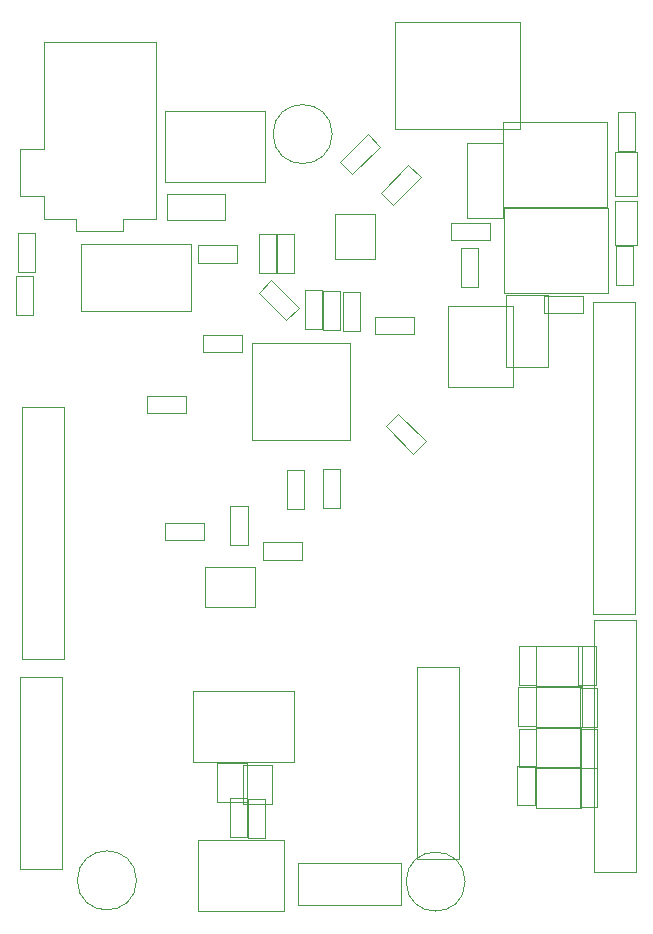
<source format=gbr>
%TF.GenerationSoftware,KiCad,Pcbnew,7.0.10*%
%TF.CreationDate,2024-02-09T23:31:34+05:30*%
%TF.ProjectId,rp2040-basic-m1,72703230-3430-42d6-9261-7369632d6d31,V2.2.1*%
%TF.SameCoordinates,Original*%
%TF.FileFunction,Other,User*%
%FSLAX46Y46*%
G04 Gerber Fmt 4.6, Leading zero omitted, Abs format (unit mm)*
G04 Created by KiCad (PCBNEW 7.0.10) date 2024-02-09 23:31:34*
%MOMM*%
%LPD*%
G01*
G04 APERTURE LIST*
%ADD10C,0.050000*%
G04 APERTURE END LIST*
D10*
%TO.C,SW2*%
X84700000Y-22810500D02*
X93200000Y-22810500D01*
X84700000Y-28810500D02*
X84700000Y-22810500D01*
X93200000Y-22810500D02*
X93200000Y-28810500D01*
X93200000Y-28810500D02*
X84700000Y-28810500D01*
%TO.C,C6*%
X86480000Y-48370000D02*
X83180000Y-48370000D01*
X86480000Y-46910000D02*
X86480000Y-48370000D01*
X83180000Y-48370000D02*
X83180000Y-46910000D01*
X83180000Y-46910000D02*
X86480000Y-46910000D01*
%TO.C,U2*%
X113400000Y-31000000D02*
X113400000Y-38200000D01*
X113400000Y-38200000D02*
X122200000Y-38200000D01*
X122200000Y-31000000D02*
X113400000Y-31000000D01*
X122200000Y-38200000D02*
X122200000Y-31000000D01*
%TO.C,J7*%
X106050000Y-69880500D02*
X109600000Y-69880500D01*
X106050000Y-86130500D02*
X106050000Y-69880500D01*
X109600000Y-69880500D02*
X109600000Y-86130500D01*
X109600000Y-86130500D02*
X106050000Y-86130500D01*
%TO.C,REF\u002A\u002A*%
X98870000Y-24760500D02*
G75*
G03*
X93870000Y-24760500I-2500000J0D01*
G01*
X93870000Y-24760500D02*
G75*
G03*
X98870000Y-24760500I2500000J0D01*
G01*
%TO.C,J5*%
X76000000Y-87000000D02*
X72450000Y-87000000D01*
X76000000Y-70750000D02*
X76000000Y-87000000D01*
X72450000Y-87000000D02*
X72450000Y-70750000D01*
X72450000Y-70750000D02*
X76000000Y-70750000D01*
%TO.C,R20*%
X121310000Y-78450000D02*
X121310000Y-81750000D01*
X119850000Y-78450000D02*
X121310000Y-78450000D01*
X121310000Y-81750000D02*
X119850000Y-81750000D01*
X119850000Y-81750000D02*
X119850000Y-78450000D01*
%TO.C,R8*%
X124360000Y-34220000D02*
X124360000Y-37520000D01*
X122900000Y-34220000D02*
X124360000Y-34220000D01*
X124360000Y-37520000D02*
X122900000Y-37520000D01*
X122900000Y-37520000D02*
X122900000Y-34220000D01*
%TO.C,J6*%
X72600000Y-47890500D02*
X76150000Y-47890500D01*
X72600000Y-69240500D02*
X72600000Y-47890500D01*
X76150000Y-47890500D02*
X76150000Y-69240500D01*
X76150000Y-69240500D02*
X72600000Y-69240500D01*
%TO.C,Q5*%
X116150000Y-71570000D02*
X116150000Y-74970000D01*
X116150000Y-74970000D02*
X119990000Y-74970000D01*
X119990000Y-71570000D02*
X116150000Y-71570000D01*
X119990000Y-74970000D02*
X119990000Y-71570000D01*
%TO.C,C5*%
X95000538Y-40522914D02*
X92667086Y-38189462D01*
X96032914Y-39490538D02*
X95000538Y-40522914D01*
X92667086Y-38189462D02*
X93699462Y-37157086D01*
X93699462Y-37157086D02*
X96032914Y-39490538D01*
%TO.C,R16*%
X90250000Y-59552500D02*
X90250000Y-56252500D01*
X91710000Y-59552500D02*
X90250000Y-59552500D01*
X90250000Y-56252500D02*
X91710000Y-56252500D01*
X91710000Y-56252500D02*
X91710000Y-59552500D01*
%TO.C,J3*%
X124520000Y-65420500D02*
X120970000Y-65420500D01*
X124520000Y-39020500D02*
X124520000Y-65420500D01*
X120970000Y-65420500D02*
X120970000Y-39020500D01*
X120970000Y-39020500D02*
X124520000Y-39020500D01*
%TO.C,R21*%
X121290000Y-75120000D02*
X121290000Y-78420000D01*
X119830000Y-75120000D02*
X121290000Y-75120000D01*
X121290000Y-78420000D02*
X119830000Y-78420000D01*
X119830000Y-78420000D02*
X119830000Y-75120000D01*
%TO.C,C7*%
X91272000Y-43204500D02*
X87972000Y-43204500D01*
X91272000Y-41744500D02*
X91272000Y-43204500D01*
X87972000Y-43204500D02*
X87972000Y-41744500D01*
X87972000Y-41744500D02*
X91272000Y-41744500D01*
%TO.C,C1*%
X93027500Y-59330000D02*
X96327500Y-59330000D01*
X93027500Y-60790000D02*
X93027500Y-59330000D01*
X96327500Y-59330000D02*
X96327500Y-60790000D01*
X96327500Y-60790000D02*
X93027500Y-60790000D01*
%TO.C,D3*%
X102498000Y-31489000D02*
X99098000Y-31489000D01*
X99098000Y-31489000D02*
X99098000Y-35329000D01*
X102498000Y-35329000D02*
X102498000Y-31489000D01*
X99098000Y-35329000D02*
X102498000Y-35329000D01*
%TO.C,Q4*%
X116107500Y-75030000D02*
X116107500Y-78430000D01*
X116107500Y-78430000D02*
X119947500Y-78430000D01*
X119947500Y-75030000D02*
X116107500Y-75030000D01*
X119947500Y-78430000D02*
X119947500Y-75030000D01*
%TO.C,Y1*%
X88130000Y-61400000D02*
X88130000Y-64800000D01*
X88130000Y-64800000D02*
X92330000Y-64800000D01*
X92330000Y-61400000D02*
X88130000Y-61400000D01*
X92330000Y-64800000D02*
X92330000Y-61400000D01*
%TO.C,F1*%
X84862500Y-29820000D02*
X89762500Y-29820000D01*
X84862500Y-32060000D02*
X84862500Y-29820000D01*
X89762500Y-29820000D02*
X89762500Y-32060000D01*
X89762500Y-32060000D02*
X84862500Y-32060000D01*
%TO.C,C15*%
X87477500Y-34190000D02*
X90777500Y-34190000D01*
X87477500Y-35650000D02*
X87477500Y-34190000D01*
X90777500Y-34190000D02*
X90777500Y-35650000D01*
X90777500Y-35650000D02*
X87477500Y-35650000D01*
%TO.C,C3*%
X92634300Y-36540000D02*
X92634300Y-33240000D01*
X94094300Y-36540000D02*
X92634300Y-36540000D01*
X92634300Y-33240000D02*
X94094300Y-33240000D01*
X94094300Y-33240000D02*
X94094300Y-36540000D01*
%TO.C,R14*%
X114710000Y-71430000D02*
X114710000Y-68130000D01*
X116170000Y-71430000D02*
X114710000Y-71430000D01*
X114710000Y-68130000D02*
X116170000Y-68130000D01*
X116170000Y-68130000D02*
X116170000Y-71430000D01*
%TO.C,C9*%
X104455462Y-48455586D02*
X106788914Y-50789038D01*
X103423086Y-49487962D02*
X104455462Y-48455586D01*
X106788914Y-50789038D02*
X105756538Y-51821414D01*
X105756538Y-51821414D02*
X103423086Y-49487962D01*
%TO.C,U4*%
X113350000Y-23700000D02*
X113350000Y-30900000D01*
X113350000Y-30900000D02*
X122150000Y-30900000D01*
X122150000Y-23700000D02*
X113350000Y-23700000D01*
X122150000Y-30900000D02*
X122150000Y-23700000D01*
%TO.C,R13*%
X114630000Y-74890000D02*
X114630000Y-71590000D01*
X116090000Y-74890000D02*
X114630000Y-74890000D01*
X114630000Y-71590000D02*
X116090000Y-71590000D01*
X116090000Y-71590000D02*
X116090000Y-74890000D01*
%TO.C,R4*%
X99530000Y-38032500D02*
X99530000Y-41332500D01*
X98070000Y-38032500D02*
X99530000Y-38032500D01*
X99530000Y-41332500D02*
X98070000Y-41332500D01*
X98070000Y-41332500D02*
X98070000Y-38032500D01*
%TO.C,JP2*%
X91300000Y-81450000D02*
X93800000Y-81450000D01*
X91300000Y-81450000D02*
X91300000Y-78150000D01*
X93800000Y-78150000D02*
X93800000Y-81450000D01*
X93800000Y-78150000D02*
X91300000Y-78150000D01*
%TO.C,J2*%
X87500000Y-84530000D02*
X94800000Y-84530000D01*
X87500000Y-90580000D02*
X87500000Y-84530000D01*
X94800000Y-84530000D02*
X94800000Y-90580000D01*
X94800000Y-90580000D02*
X87500000Y-90580000D01*
%TO.C,C14*%
X109750000Y-37682500D02*
X109750000Y-34382500D01*
X111210000Y-37682500D02*
X109750000Y-37682500D01*
X109750000Y-34382500D02*
X111210000Y-34382500D01*
X111210000Y-34382500D02*
X111210000Y-37682500D01*
%TO.C,D5*%
X122800000Y-30010500D02*
X122800000Y-26310500D01*
X124700000Y-30010500D02*
X122800000Y-30010500D01*
X122800000Y-26310500D02*
X124700000Y-26310500D01*
X124700000Y-26310500D02*
X124700000Y-30010500D01*
%TO.C,C12*%
X99790000Y-41440000D02*
X99790000Y-38140000D01*
X101250000Y-41440000D02*
X99790000Y-41440000D01*
X99790000Y-38140000D02*
X101250000Y-38140000D01*
X101250000Y-38140000D02*
X101250000Y-41440000D01*
%TO.C,R2*%
X106362914Y-28419462D02*
X104029462Y-30752914D01*
X105330538Y-27387086D02*
X106362914Y-28419462D01*
X104029462Y-30752914D02*
X102997086Y-29720538D01*
X102997086Y-29720538D02*
X105330538Y-27387086D01*
%TO.C,R1*%
X124490000Y-22870000D02*
X124490000Y-26170000D01*
X123030000Y-22870000D02*
X124490000Y-22870000D01*
X124490000Y-26170000D02*
X123030000Y-26170000D01*
X123030000Y-26170000D02*
X123030000Y-22870000D01*
%TO.C,R11*%
X114560000Y-81572500D02*
X114560000Y-78272500D01*
X116020000Y-81572500D02*
X114560000Y-81572500D01*
X114560000Y-78272500D02*
X116020000Y-78272500D01*
X116020000Y-78272500D02*
X116020000Y-81572500D01*
%TO.C,J10*%
X117150000Y-44495000D02*
X117150000Y-38345000D01*
X117150000Y-38345000D02*
X113550000Y-38345000D01*
X113550000Y-44495000D02*
X117150000Y-44495000D01*
X113550000Y-38345000D02*
X113550000Y-44495000D01*
%TO.C,U1*%
X92106000Y-42418500D02*
X92106000Y-50658500D01*
X92106000Y-50658500D02*
X100346000Y-50658500D01*
X100346000Y-42418500D02*
X92106000Y-42418500D01*
X100346000Y-50658500D02*
X100346000Y-42418500D01*
%TO.C,Q3*%
X116130000Y-78380000D02*
X116130000Y-81780000D01*
X116130000Y-81780000D02*
X119970000Y-81780000D01*
X119970000Y-78380000D02*
X116130000Y-78380000D01*
X119970000Y-81780000D02*
X119970000Y-78380000D01*
%TO.C,R22*%
X121330000Y-71640000D02*
X121330000Y-74940000D01*
X119870000Y-71640000D02*
X121330000Y-71640000D01*
X121330000Y-74940000D02*
X119870000Y-74940000D01*
X119870000Y-74940000D02*
X119870000Y-71640000D01*
%TO.C,JP1*%
X89140000Y-81330000D02*
X91640000Y-81330000D01*
X89140000Y-81330000D02*
X89140000Y-78030000D01*
X91640000Y-78030000D02*
X91640000Y-81330000D01*
X91640000Y-78030000D02*
X89140000Y-78030000D01*
%TO.C,J1*%
X114795000Y-24335500D02*
X104155000Y-24335500D01*
X114795000Y-15305500D02*
X114795000Y-24335500D01*
X104155000Y-24335500D02*
X104155000Y-15305500D01*
X104155000Y-15305500D02*
X114795000Y-15305500D01*
%TO.C,R6*%
X73730000Y-33110000D02*
X73730000Y-36410000D01*
X72270000Y-33110000D02*
X73730000Y-33110000D01*
X73730000Y-36410000D02*
X72270000Y-36410000D01*
X72270000Y-36410000D02*
X72270000Y-33110000D01*
%TO.C,C11*%
X96520000Y-53193000D02*
X96520000Y-56493000D01*
X95060000Y-53193000D02*
X96520000Y-53193000D01*
X96520000Y-56493000D02*
X95060000Y-56493000D01*
X95060000Y-56493000D02*
X95060000Y-53193000D01*
%TO.C,R5*%
X98020000Y-38002500D02*
X98020000Y-41302500D01*
X96560000Y-38002500D02*
X98020000Y-38002500D01*
X98020000Y-41302500D02*
X96560000Y-41302500D01*
X96560000Y-41302500D02*
X96560000Y-38002500D01*
%TO.C,C10*%
X102500000Y-40230500D02*
X105800000Y-40230500D01*
X102500000Y-41690500D02*
X102500000Y-40230500D01*
X105800000Y-40230500D02*
X105800000Y-41690500D01*
X105800000Y-41690500D02*
X102500000Y-41690500D01*
%TO.C,D4*%
X124700000Y-30460500D02*
X124700000Y-34160500D01*
X122800000Y-30460500D02*
X124700000Y-30460500D01*
X124700000Y-34160500D02*
X122800000Y-34160500D01*
X122800000Y-34160500D02*
X122800000Y-30460500D01*
%TO.C,U3*%
X77606000Y-34026500D02*
X77606000Y-39746500D01*
X77606000Y-39746500D02*
X86906000Y-39746500D01*
X86906000Y-34026500D02*
X77606000Y-34026500D01*
X86906000Y-39746500D02*
X86906000Y-34026500D01*
%TO.C,SW1*%
X87130000Y-71930000D02*
X95630000Y-71930000D01*
X87130000Y-77930000D02*
X87130000Y-71930000D01*
X95630000Y-71930000D02*
X95630000Y-77930000D01*
X95630000Y-77930000D02*
X87130000Y-77930000D01*
%TO.C,Q6*%
X116170000Y-68070000D02*
X116170000Y-71470000D01*
X116170000Y-71470000D02*
X120010000Y-71470000D01*
X120010000Y-68070000D02*
X116170000Y-68070000D01*
X120010000Y-71470000D02*
X120010000Y-68070000D01*
%TO.C,R12*%
X114650000Y-78390000D02*
X114650000Y-75090000D01*
X116110000Y-78390000D02*
X114650000Y-78390000D01*
X114650000Y-75090000D02*
X116110000Y-75090000D01*
X116110000Y-75090000D02*
X116110000Y-78390000D01*
%TO.C,D2*%
X114150000Y-39310000D02*
X108650000Y-39310000D01*
X108650000Y-39310000D02*
X108650000Y-46210000D01*
X114150000Y-46210000D02*
X114150000Y-39310000D01*
X108650000Y-46210000D02*
X114150000Y-46210000D01*
%TO.C,R23*%
X121180000Y-68120000D02*
X121180000Y-71420000D01*
X119720000Y-68120000D02*
X121180000Y-68120000D01*
X121180000Y-71420000D02*
X119720000Y-71420000D01*
X119720000Y-71420000D02*
X119720000Y-68120000D01*
%TO.C,J4*%
X124575000Y-87280000D02*
X121025000Y-87280000D01*
X124575000Y-65930000D02*
X124575000Y-87280000D01*
X121025000Y-87280000D02*
X121025000Y-65930000D01*
X121025000Y-65930000D02*
X124575000Y-65930000D01*
%TO.C,C4*%
X94158300Y-36540000D02*
X94158300Y-33240000D01*
X95618300Y-36540000D02*
X94158300Y-36540000D01*
X94158300Y-33240000D02*
X95618300Y-33240000D01*
X95618300Y-33240000D02*
X95618300Y-36540000D01*
%TO.C,R33*%
X98100000Y-56412500D02*
X98100000Y-53112500D01*
X99560000Y-56412500D02*
X98100000Y-56412500D01*
X98100000Y-53112500D02*
X99560000Y-53112500D01*
X99560000Y-53112500D02*
X99560000Y-56412500D01*
%TO.C,J9*%
X74448000Y-16992500D02*
X83948000Y-16992500D01*
X74448000Y-25992500D02*
X74448000Y-16992500D01*
X72448000Y-25992500D02*
X74448000Y-25992500D01*
X74448000Y-29992500D02*
X72448000Y-29992500D01*
X72448000Y-29992500D02*
X72448000Y-25992500D01*
X83948000Y-31992500D02*
X83948000Y-16992500D01*
X83698000Y-31992500D02*
X83948000Y-31992500D01*
X83698000Y-31992500D02*
X81198000Y-31992500D01*
X81198000Y-31992500D02*
X81198000Y-32992500D01*
X77198000Y-31992500D02*
X74448000Y-31992500D01*
X74448000Y-31992500D02*
X74448000Y-29992500D01*
X81198000Y-32992500D02*
X77198000Y-32992500D01*
X77198000Y-32992500D02*
X77198000Y-31992500D01*
%TO.C,C2*%
X88002500Y-59130000D02*
X84702500Y-59130000D01*
X88002500Y-57670000D02*
X88002500Y-59130000D01*
X84702500Y-59130000D02*
X84702500Y-57670000D01*
X84702500Y-57670000D02*
X88002500Y-57670000D01*
%TO.C,J8*%
X96020000Y-90000000D02*
X96020000Y-86450000D01*
X104670000Y-90000000D02*
X96020000Y-90000000D01*
X96020000Y-86450000D02*
X104670000Y-86450000D01*
X104670000Y-86450000D02*
X104670000Y-90000000D01*
%TO.C,C13*%
X112272500Y-33760000D02*
X108972500Y-33760000D01*
X112272500Y-32300000D02*
X112272500Y-33760000D01*
X108972500Y-33760000D02*
X108972500Y-32300000D01*
X108972500Y-32300000D02*
X112272500Y-32300000D01*
%TO.C,R3*%
X102922914Y-25829462D02*
X100589462Y-28162914D01*
X101890538Y-24797086D02*
X102922914Y-25829462D01*
X100589462Y-28162914D02*
X99557086Y-27130538D01*
X99557086Y-27130538D02*
X101890538Y-24797086D01*
%TO.C,REF\u002A\u002A*%
X110130000Y-88050500D02*
G75*
G03*
X105130000Y-88050500I-2500000J0D01*
G01*
X105130000Y-88050500D02*
G75*
G03*
X110130000Y-88050500I2500000J0D01*
G01*
%TO.C,C8*%
X116800000Y-38480500D02*
X120100000Y-38480500D01*
X116800000Y-39940500D02*
X116800000Y-38480500D01*
X120100000Y-38480500D02*
X120100000Y-39940500D01*
X120100000Y-39940500D02*
X116800000Y-39940500D01*
%TO.C,REF\u002A\u002A*%
X82300000Y-87950000D02*
G75*
G03*
X77300000Y-87950000I-2500000J0D01*
G01*
X77300000Y-87950000D02*
G75*
G03*
X82300000Y-87950000I2500000J0D01*
G01*
%TO.C,R15*%
X91730000Y-84400000D02*
X91730000Y-81100000D01*
X93190000Y-84400000D02*
X91730000Y-84400000D01*
X91730000Y-81100000D02*
X93190000Y-81100000D01*
X93190000Y-81100000D02*
X93190000Y-84400000D01*
%TO.C,R7*%
X72090000Y-40080000D02*
X72090000Y-36780000D01*
X73550000Y-40080000D02*
X72090000Y-40080000D01*
X72090000Y-36780000D02*
X73550000Y-36780000D01*
X73550000Y-36780000D02*
X73550000Y-40080000D01*
%TO.C,R17*%
X90230000Y-84300000D02*
X90230000Y-81000000D01*
X91690000Y-84300000D02*
X90230000Y-84300000D01*
X90230000Y-81000000D02*
X91690000Y-81000000D01*
X91690000Y-81000000D02*
X91690000Y-84300000D01*
%TO.C,D1*%
X110300000Y-31850000D02*
X113300000Y-31850000D01*
X110300000Y-31850000D02*
X110300000Y-25550000D01*
X110300000Y-25550000D02*
X113300000Y-25550000D01*
X113300000Y-25550000D02*
X113300000Y-31850000D01*
%TD*%
M02*

</source>
